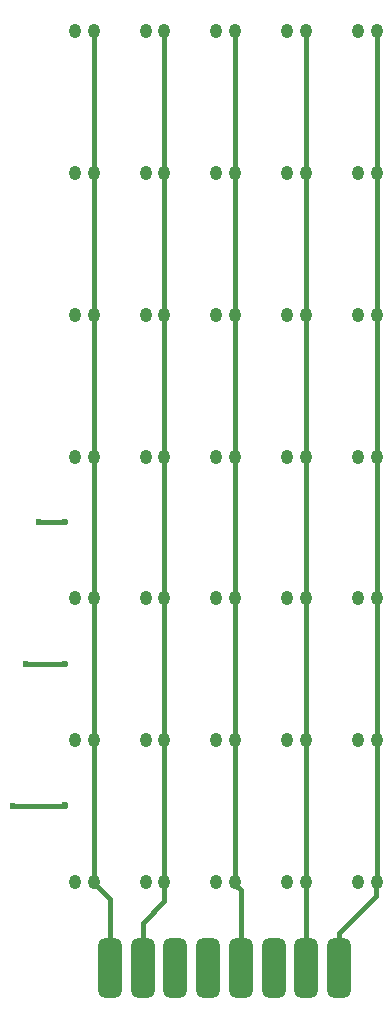
<source format=gtl>
G04*
G04 #@! TF.GenerationSoftware,Altium Limited,Altium Designer,24.1.2 (44)*
G04*
G04 Layer_Physical_Order=1*
G04 Layer_Color=255*
%FSLAX44Y44*%
%MOMM*%
G71*
G04*
G04 #@! TF.SameCoordinates,19925CEE-E599-4C59-BD36-36AD13F6144B*
G04*
G04*
G04 #@! TF.FilePolarity,Positive*
G04*
G01*
G75*
G04:AMPARAMS|DCode=10|XSize=2mm|YSize=5mm|CornerRadius=0.5mm|HoleSize=0mm|Usage=FLASHONLY|Rotation=0.000|XOffset=0mm|YOffset=0mm|HoleType=Round|Shape=RoundedRectangle|*
%AMROUNDEDRECTD10*
21,1,2.0000,4.0000,0,0,0.0*
21,1,1.0000,5.0000,0,0,0.0*
1,1,1.0000,0.5000,-2.0000*
1,1,1.0000,-0.5000,-2.0000*
1,1,1.0000,-0.5000,2.0000*
1,1,1.0000,0.5000,2.0000*
%
%ADD10ROUNDEDRECTD10*%
%ADD13C,0.4000*%
%ADD14O,1.0000X1.2000*%
%ADD15C,0.6000*%
D10*
X102250Y232000D02*
D03*
X129950D02*
D03*
X157650D02*
D03*
X185350D02*
D03*
X213050D02*
D03*
X240750D02*
D03*
X268250D02*
D03*
X296000D02*
D03*
D13*
X268250D02*
X268303Y232053D01*
Y304592D02*
X268355Y304645D01*
X268303Y232053D02*
Y304592D01*
X296000Y232000D02*
Y261219D01*
X213050Y232000D02*
Y297326D01*
X129950Y232000D02*
Y269950D01*
X102250Y232000D02*
Y289750D01*
X129950Y269950D02*
X148355Y288355D01*
Y304645D01*
Y424645D01*
X88355Y303645D02*
Y304645D01*
Y303645D02*
X102250Y289750D01*
X208355Y302021D02*
X213050Y297326D01*
X208355Y302021D02*
Y424645D01*
X296000Y261219D02*
X327426Y292645D01*
Y303715D01*
X63903Y609097D02*
X64000Y609193D01*
X42097Y609097D02*
X63903D01*
X42000Y609000D02*
X42097Y609097D01*
X268355Y304645D02*
Y424645D01*
X327426Y303715D02*
X328355Y304645D01*
X20193Y369193D02*
X63807D01*
X64000Y369387D01*
X20000Y369000D02*
X20193Y369193D01*
X88355Y424645D02*
Y544645D01*
Y304645D02*
Y424645D01*
X31000Y489000D02*
X63807D01*
X64000Y489193D01*
X88355Y904645D02*
Y1024645D01*
X328355Y904645D02*
Y1024645D01*
Y784645D02*
Y904645D01*
Y664645D02*
Y784645D01*
Y544645D02*
Y664645D01*
Y424645D02*
Y544645D01*
Y304645D02*
Y424645D01*
X268355Y904645D02*
Y1024645D01*
X208355Y904645D02*
Y1024645D01*
X268355Y784645D02*
Y904645D01*
X208355Y784645D02*
Y904645D01*
X268355Y664645D02*
Y784645D01*
X208355Y664645D02*
Y784645D01*
X268355Y544645D02*
Y664645D01*
X208355Y544645D02*
Y664645D01*
X268355Y424645D02*
Y544645D01*
X208355Y424645D02*
Y544645D01*
X148355Y904645D02*
Y1024645D01*
Y784645D02*
Y904645D01*
Y664645D02*
Y784645D01*
Y544645D02*
Y664645D01*
Y424645D02*
Y544645D01*
X88355D02*
Y664645D01*
Y784645D01*
Y904645D01*
D14*
X148355Y784645D02*
D03*
X132355D02*
D03*
X148355Y664645D02*
D03*
X132355D02*
D03*
X148355Y544645D02*
D03*
X132355D02*
D03*
X148355Y424645D02*
D03*
X132355D02*
D03*
X148355Y304645D02*
D03*
X132355D02*
D03*
X208355Y1024645D02*
D03*
X192355D02*
D03*
X208355Y904645D02*
D03*
X192355D02*
D03*
X208355Y784645D02*
D03*
X192355D02*
D03*
X88355Y1024645D02*
D03*
X72355D02*
D03*
X88355Y904645D02*
D03*
X72355D02*
D03*
X88355Y784645D02*
D03*
X72355D02*
D03*
X88355Y664645D02*
D03*
X72355D02*
D03*
X88355Y544645D02*
D03*
X72355D02*
D03*
X88355Y424645D02*
D03*
X72355D02*
D03*
X88355Y304645D02*
D03*
X72355D02*
D03*
X148355Y1024645D02*
D03*
X132355D02*
D03*
X148355Y904645D02*
D03*
X132355D02*
D03*
X208355Y664645D02*
D03*
X192355D02*
D03*
X208355Y544645D02*
D03*
X192355D02*
D03*
X208355Y424645D02*
D03*
X192355D02*
D03*
X208355Y304645D02*
D03*
X192355D02*
D03*
X268355Y1024645D02*
D03*
X252355D02*
D03*
X268355Y904645D02*
D03*
X252355D02*
D03*
X268355Y784645D02*
D03*
X252355D02*
D03*
X268355Y664645D02*
D03*
X252355D02*
D03*
X268355Y544645D02*
D03*
X252355D02*
D03*
X268355Y424645D02*
D03*
X252355D02*
D03*
X268355Y304645D02*
D03*
X252355D02*
D03*
X328355Y1024645D02*
D03*
X312355D02*
D03*
X328355Y904645D02*
D03*
X312355D02*
D03*
X328355Y784645D02*
D03*
X312355D02*
D03*
X328355Y664645D02*
D03*
X312355D02*
D03*
X328355Y544645D02*
D03*
X312355D02*
D03*
X328355Y424645D02*
D03*
X312355D02*
D03*
X328355Y304645D02*
D03*
X312355D02*
D03*
D15*
X64000Y609193D02*
D03*
X42000Y609000D02*
D03*
X20000Y369000D02*
D03*
X64000Y369387D02*
D03*
X31000Y489000D02*
D03*
X64000Y489193D02*
D03*
M02*

</source>
